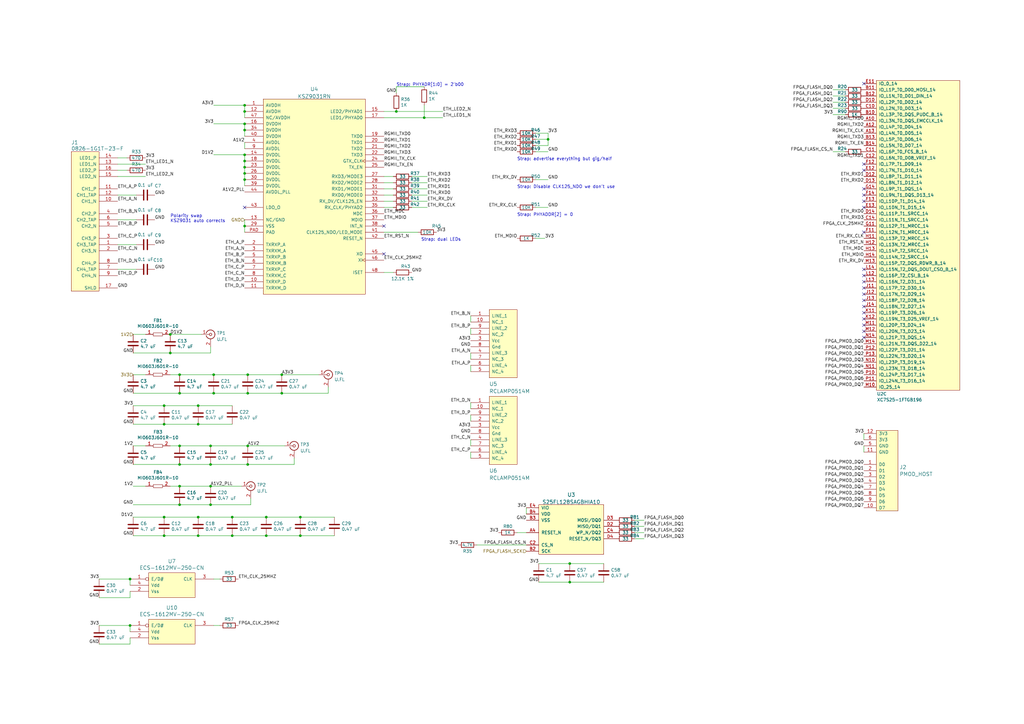
<source format=kicad_sch>
(kicad_sch (version 20231120) (generator "eeschema") (generator_version "8.0")
  (paper "A3")
  (title_block (title "FPGA - STM32 Interface Test") (date "2024-06-13") (rev "0.1") (company "Antikernel Labs"))
  (junction (at 100.33 50.8))
  (junction (at 67.31 219.71))
  (junction (at 101.6 153.67))
  (junction (at 100.33 92.71))
  (junction (at 73.66 199.39))
  (junction (at 73.66 207.01))
  (junction (at 100.33 43.18))
  (junction (at 69.85 144.78))
  (junction (at 100.33 71.12))
  (junction (at 53.34 237.49))
  (junction (at 109.22 212.09))
  (junction (at 73.66 190.5))
  (junction (at 81.28 212.09))
  (junction (at 101.6 190.5))
  (junction (at 123.19 219.71))
  (junction (at 95.25 212.09))
  (junction (at 100.33 73.66))
  (junction (at 67.31 166.37))
  (junction (at 233.68 238.76))
  (junction (at 100.33 66.04))
  (junction (at 86.36 190.5))
  (junction (at 86.36 199.39))
  (junction (at 53.34 256.54))
  (junction (at 224.79 57.15))
  (junction (at 100.33 53.34))
  (junction (at 95.25 219.71))
  (junction (at 100.33 68.58))
  (junction (at 69.85 137.16))
  (junction (at 73.66 182.88))
  (junction (at 86.36 182.88))
  (junction (at 67.31 173.99))
  (junction (at 67.31 212.09))
  (junction (at 73.66 161.29))
  (junction (at 81.28 166.37))
  (junction (at 233.68 231.14))
  (junction (at 173.99 48.26))
  (junction (at 86.36 207.01))
  (junction (at 81.28 219.71))
  (junction (at 101.6 182.88))
  (junction (at 115.57 153.67))
  (junction (at 100.33 45.72))
  (junction (at 81.28 173.99))
  (junction (at 123.19 212.09))
  (junction (at 100.33 63.5))
  (junction (at 101.6 161.29))
  (junction (at 87.63 161.29))
  (junction (at 115.57 161.29))
  (junction (at 73.66 153.67))
  (junction (at 109.22 219.71))
  (junction (at 162.56 45.72))
  (junction (at 87.63 153.67))
  (no_connect (at 354.33 82.55))
  (no_connect (at 354.33 115.57))
  (no_connect (at 354.33 69.85))
  (no_connect (at 354.33 110.49))
  (no_connect (at 354.33 80.01))
  (no_connect (at 354.33 113.03))
  (no_connect (at 354.33 130.81))
  (no_connect (at 354.33 95.25))
  (no_connect (at 354.33 138.43))
  (no_connect (at 100.33 85.09))
  (no_connect (at 354.33 123.19))
  (no_connect (at 354.33 34.29))
  (no_connect (at 354.33 128.27))
  (no_connect (at 354.33 118.11))
  (no_connect (at 354.33 120.65))
  (no_connect (at 354.33 125.73))
  (no_connect (at 354.33 77.47))
  (no_connect (at 157.48 104.14))
  (no_connect (at 354.33 133.35))
  (no_connect (at 354.33 85.09))
  (no_connect (at 157.48 92.71))
  (no_connect (at 354.33 135.89))
  (no_connect (at 354.33 67.31))
  (wire (pts (xy 100.33 45.72) (xy 100.33 48.26)))
  (wire (pts (xy 40.64 256.54) (xy 53.34 256.54)))
  (wire (pts (xy 175.26 85.09) (xy 168.91 85.09)))
  (wire (pts (xy 354.33 177.8) (xy 354.33 180.34)))
  (wire (pts (xy 48.26 100.33) (xy 55.88 100.33)))
  (wire (pts (xy 193.04 165.1) (xy 193.04 167.64)))
  (wire (pts (xy 168.91 77.47) (xy 175.26 77.47)))
  (wire (pts (xy 161.29 82.55) (xy 157.48 82.55)))
  (wire (pts (xy 173.99 48.26) (xy 181.61 48.26)))
  (wire (pts (xy 102.87 207.01) (xy 102.87 204.47)))
  (wire (pts (xy 100.33 90.17) (xy 100.33 92.71)))
  (wire (pts (xy 90.17 237.49) (xy 87.63 237.49)))
  (wire (pts (xy 95.25 219.71) (xy 109.22 219.71)))
  (wire (pts (xy 123.19 219.71) (xy 137.16 219.71)))
  (wire (pts (xy 162.56 38.1) (xy 162.56 35.56)))
  (wire (pts (xy 69.85 144.78) (xy 86.36 144.78)))
  (wire (pts (xy 73.66 199.39) (xy 69.85 199.39)))
  (wire (pts (xy 195.58 223.52) (xy 215.9 223.52)))
  (wire (pts (xy 48.26 64.77) (xy 52.07 64.77)))
  (wire (pts (xy 212.09 218.44) (xy 215.9 218.44)))
  (wire (pts (xy 73.66 161.29) (xy 87.63 161.29)))
  (wire (pts (xy 260.35 220.98) (xy 264.16 220.98)))
  (wire (pts (xy 100.33 92.71) (xy 100.33 95.25)))
  (wire (pts (xy 86.36 182.88) (xy 73.66 182.88)))
  (wire (pts (xy 59.69 153.67) (xy 54.61 153.67)))
  (wire (pts (xy 120.65 190.5) (xy 120.65 187.96)))
  (wire (pts (xy 224.79 85.09) (xy 219.71 85.09)))
  (wire (pts (xy 224.79 62.23) (xy 219.71 62.23)))
  (wire (pts (xy 53.34 237.49) (xy 53.34 240.03)))
  (wire (pts (xy 101.6 182.88) (xy 116.84 182.88)))
  (wire (pts (xy 123.19 212.09) (xy 109.22 212.09)))
  (wire (pts (xy 193.04 170.18) (xy 193.04 172.72)))
  (wire (pts (xy 100.33 66.04) (xy 100.33 68.58)))
  (wire (pts (xy 224.79 59.69) (xy 224.79 57.15)))
  (wire (pts (xy 100.33 71.12) (xy 100.33 73.66)))
  (wire (pts (xy 115.57 161.29) (xy 134.62 161.29)))
  (wire (pts (xy 101.6 190.5) (xy 120.65 190.5)))
  (wire (pts (xy 54.61 161.29) (xy 73.66 161.29)))
  (wire (pts (xy 40.64 245.11) (xy 53.34 245.11)))
  (wire (pts (xy 48.26 67.31) (xy 59.69 67.31)))
  (wire (pts (xy 215.9 208.28) (xy 215.9 210.82)))
  (wire (pts (xy 223.52 97.79) (xy 219.71 97.79)))
  (wire (pts (xy 81.28 173.99) (xy 95.25 173.99)))
  (wire (pts (xy 54.61 190.5) (xy 73.66 190.5)))
  (wire (pts (xy 54.61 144.78) (xy 69.85 144.78)))
  (wire (pts (xy 40.64 264.16) (xy 53.34 264.16)))
  (wire (pts (xy 100.33 63.5) (xy 100.33 66.04)))
  (wire (pts (xy 137.16 212.09) (xy 123.19 212.09)))
  (wire (pts (xy 86.36 144.78) (xy 86.36 142.24)))
  (wire (pts (xy 233.68 231.14) (xy 220.98 231.14)))
  (wire (pts (xy 341.63 39.37) (xy 346.71 39.37)))
  (wire (pts (xy 341.63 62.23) (xy 346.71 62.23)))
  (wire (pts (xy 162.56 35.56) (xy 173.99 35.56)))
  (wire (pts (xy 69.85 153.67) (xy 73.66 153.67)))
  (wire (pts (xy 173.99 48.26) (xy 157.48 48.26)))
  (wire (pts (xy 67.31 212.09) (xy 54.61 212.09)))
  (wire (pts (xy 55.88 110.49) (xy 48.26 110.49)))
  (wire (pts (xy 100.33 73.66) (xy 100.33 76.2)))
  (wire (pts (xy 86.36 199.39) (xy 99.06 199.39)))
  (wire (pts (xy 341.63 36.83) (xy 346.71 36.83)))
  (wire (pts (xy 81.28 212.09) (xy 67.31 212.09)))
  (wire (pts (xy 115.57 153.67) (xy 101.6 153.67)))
  (wire (pts (xy 219.71 54.61) (xy 224.79 54.61)))
  (wire (pts (xy 193.04 134.62) (xy 193.04 137.16)))
  (wire (pts (xy 224.79 73.66) (xy 219.71 73.66)))
  (wire (pts (xy 73.66 190.5) (xy 86.36 190.5)))
  (wire (pts (xy 157.48 45.72) (xy 162.56 45.72)))
  (wire (pts (xy 193.04 129.54) (xy 193.04 132.08)))
  (wire (pts (xy 233.68 238.76) (xy 247.65 238.76)))
  (wire (pts (xy 54.61 173.99) (xy 67.31 173.99)))
  (wire (pts (xy 193.04 149.86) (xy 193.04 152.4)))
  (wire (pts (xy 100.33 53.34) (xy 100.33 55.88)))
  (wire (pts (xy 101.6 182.88) (xy 86.36 182.88)))
  (wire (pts (xy 220.98 238.76) (xy 233.68 238.76)))
  (wire (pts (xy 115.57 153.67) (xy 130.81 153.67)))
  (wire (pts (xy 260.35 215.9) (xy 264.16 215.9)))
  (wire (pts (xy 87.63 153.67) (xy 73.66 153.67)))
  (wire (pts (xy 173.99 43.18) (xy 173.99 48.26)))
  (wire (pts (xy 86.36 190.5) (xy 101.6 190.5)))
  (wire (pts (xy 52.07 69.85) (xy 48.26 69.85)))
  (wire (pts (xy 161.29 74.93) (xy 157.48 74.93)))
  (wire (pts (xy 53.34 245.11) (xy 53.34 242.57)))
  (wire (pts (xy 109.22 212.09) (xy 95.25 212.09)))
  (wire (pts (xy 161.29 80.01) (xy 157.48 80.01)))
  (wire (pts (xy 341.63 41.91) (xy 346.71 41.91)))
  (wire (pts (xy 90.17 256.54) (xy 87.63 256.54)))
  (wire (pts (xy 40.64 237.49) (xy 53.34 237.49)))
  (wire (pts (xy 161.29 77.47) (xy 157.48 77.47)))
  (wire (pts (xy 100.33 50.8) (xy 100.33 53.34)))
  (wire (pts (xy 224.79 57.15) (xy 224.79 54.61)))
  (wire (pts (xy 181.61 45.72) (xy 162.56 45.72)))
  (wire (pts (xy 59.69 182.88) (xy 54.61 182.88)))
  (wire (pts (xy 55.88 90.17) (xy 48.26 90.17)))
  (wire (pts (xy 193.04 144.78) (xy 193.04 147.32)))
  (wire (pts (xy 109.22 219.71) (xy 123.19 219.71)))
  (wire (pts (xy 87.63 161.29) (xy 101.6 161.29)))
  (wire (pts (xy 48.26 72.39) (xy 59.69 72.39)))
  (wire (pts (xy 54.61 207.01) (xy 73.66 207.01)))
  (wire (pts (xy 73.66 182.88) (xy 69.85 182.88)))
  (wire (pts (xy 55.88 80.01) (xy 48.26 80.01)))
  (wire (pts (xy 86.36 199.39) (xy 73.66 199.39)))
  (wire (pts (xy 175.26 80.01) (xy 168.91 80.01)))
  (wire (pts (xy 161.29 111.76) (xy 157.48 111.76)))
  (wire (pts (xy 260.35 213.36) (xy 264.16 213.36)))
  (wire (pts (xy 101.6 153.67) (xy 87.63 153.67)))
  (wire (pts (xy 81.28 166.37) (xy 95.25 166.37)))
  (wire (pts (xy 354.33 182.88) (xy 354.33 185.42)))
  (wire (pts (xy 175.26 74.93) (xy 168.91 74.93)))
  (wire (pts (xy 86.36 207.01) (xy 102.87 207.01)))
  (wire (pts (xy 100.33 43.18) (xy 100.33 45.72)))
  (wire (pts (xy 161.29 72.39) (xy 157.48 72.39)))
  (wire (pts (xy 53.34 264.16) (xy 53.34 261.62)))
  (wire (pts (xy 100.33 58.42) (xy 100.33 60.96)))
  (wire (pts (xy 73.66 207.01) (xy 86.36 207.01)))
  (wire (pts (xy 219.71 57.15) (xy 224.79 57.15)))
  (wire (pts (xy 67.31 173.99) (xy 81.28 173.99)))
  (wire (pts (xy 87.63 50.8) (xy 100.33 50.8)))
  (wire (pts (xy 168.91 72.39) (xy 175.26 72.39)))
  (wire (pts (xy 53.34 256.54) (xy 53.34 259.08)))
  (wire (pts (xy 101.6 161.29) (xy 115.57 161.29)))
  (wire (pts (xy 260.35 218.44) (xy 264.16 218.44)))
  (wire (pts (xy 95.25 212.09) (xy 81.28 212.09)))
  (wire (pts (xy 67.31 166.37) (xy 81.28 166.37)))
  (wire (pts (xy 219.71 59.69) (xy 224.79 59.69)))
  (wire (pts (xy 54.61 166.37) (xy 67.31 166.37)))
  (wire (pts (xy 161.29 85.09) (xy 157.48 85.09)))
  (wire (pts (xy 193.04 180.34) (xy 193.04 182.88)))
  (wire (pts (xy 87.63 63.5) (xy 100.33 63.5)))
  (wire (pts (xy 54.61 137.16) (xy 59.69 137.16)))
  (wire (pts (xy 233.68 231.14) (xy 247.65 231.14)))
  (wire (pts (xy 54.61 219.71) (xy 67.31 219.71)))
  (wire (pts (xy 168.91 82.55) (xy 175.26 82.55)))
  (wire (pts (xy 100.33 68.58) (xy 100.33 71.12)))
  (wire (pts (xy 67.31 219.71) (xy 81.28 219.71)))
  (wire (pts (xy 134.62 161.29) (xy 134.62 158.75)))
  (wire (pts (xy 59.69 199.39) (xy 54.61 199.39)))
  (wire (pts (xy 87.63 43.18) (xy 100.33 43.18)))
  (wire (pts (xy 193.04 185.42) (xy 193.04 187.96)))
  (wire (pts (xy 341.63 46.99) (xy 346.71 46.99)))
  (wire (pts (xy 341.63 44.45) (xy 346.71 44.45)))
  (wire (pts (xy 81.28 219.71) (xy 95.25 219.71)))
  (wire (pts (xy 171.45 95.25) (xy 157.48 95.25)))
  (wire (pts (xy 69.85 137.16) (xy 82.55 137.16)))
  (text "Strap: dual LEDs" (at 172.72 99.06 0) (effects (font (size 1.27 1.27)) (justify left bottom)))
  (text "Strap: Disable CLK125_NDO we don't use" (at 212.09 77.47 0) (effects (font (size 1.27 1.27)) (justify left bottom)))
  (text "Strap: PHYADR[1:0] = 2'b00" (at 162.56 35.56 0) (effects (font (size 1.27 1.27)) (justify left bottom)))
  (text "Polarity swap\nKSZ9031 auto corrects" (at 69.85 91.44 0) (effects (font (size 1.27 1.27)) (justify left bottom)))
  (text "Strap: advertise everything but gig/half" (at 212.09 66.04 0) (effects (font (size 1.27 1.27)) (justify left bottom)))
  (text "Strap: PHYADDR[2] = 0" (at 212.09 88.9 0) (effects (font (size 1.27 1.27)) (justify left bottom)))
  (label "ETH_MDC" (at 354.33 102.87 180))
  (label "ETH_MDIO" (at 354.33 105.41 180))
  (label "ETH_RXD0" (at 175.26 80.01 0))
  (label "ETH_LED2_N" (at 181.61 45.72 0))
  (label "3V3" (at 179.07 95.25 0))
  (label "3V3" (at 223.52 97.79 0))
  (label "ETH_RXD3" (at 212.09 54.61 180))
  (label "ETH_B_N" (at 48.26 87.63 0))
  (label "ETH_RST_N" (at 354.33 100.33 180))
  (label "ETH_D_N" (at 100.33 118.11 180))
  (label "ETH_RXD2" (at 212.09 57.15 180))
  (label "ETH_C_P" (at 100.33 110.49 180))
  (label "FPGA_CLK_25MHZ" (at 354.33 92.71 180))
  (label "FPGA_PMOD_DQ6" (at 354.33 205.74 180))
  (label "ETH_D_P" (at 193.04 170.18 180))
  (label "3V3" (at 220.98 231.14 180))
  (label "3V3" (at 87.63 50.8 180))
  (label "A1V2" (at 101.6 182.88 0))
  (label "3V3" (at 204.47 218.44 180))
  (label "A3V3" (at 193.04 139.7 180))
  (label "GND" (at 168.91 111.76 0))
  (label "ETH_D_P" (at 48.26 113.03 0))
  (label "GND" (at 220.98 238.76 180))
  (label "FPGA_FLASH_DQ0" (at 264.16 213.36 0))
  (label "RGMII_TXD2" (at 157.48 60.96 0))
  (label "ETH_LED2_N" (at 59.69 72.39 0))
  (label "FPGA_PMOD_DQ4" (at 354.33 200.66 180))
  (label "ETH_RX_DV" (at 354.33 107.95 180))
  (label "ETH_RXD3" (at 175.26 72.39 0))
  (label "FPGA_PMOD_DQ4" (at 354.33 151.13 180))
  (label "GND" (at 224.79 62.23 0))
  (label "3V3" (at 215.9 208.28 180))
  (label "FPGA_PMOD_DQ6" (at 354.33 156.21 180))
  (label "ETH_C_N" (at 100.33 113.03 180))
  (label "FPGA_CLK_25MHZ" (at 97.79 256.54 0))
  (label "RGMII_TX_CLK" (at 354.33 54.61 180))
  (label "FPGA_PMOD_DQ1" (at 354.33 193.04 180))
  (label "FPGA_PMOD_DQ7" (at 354.33 208.28 180))
  (label "ETH_D_N" (at 193.04 165.1 180))
  (label "GND" (at 63.5 110.49 0))
  (label "ETH_B_N" (at 193.04 129.54 180))
  (label "ETH_B_N" (at 100.33 107.95 180))
  (label "ETH_RXD0" (at 212.09 62.23 180))
  (label "ETH_C_N" (at 193.04 180.34 180))
  (label "GND" (at 40.64 245.11 180))
  (label "ETH_A_P" (at 100.33 100.33 180))
  (label "ETH_D_P" (at 100.33 115.57 180))
  (label "FPGA_FLASH_DQ1" (at 264.16 215.9 0))
  (label "3V3" (at 40.64 237.49 180))
  (label "RGMII_TX_CLK" (at 157.48 66.04 0))
  (label "ETH_MDC" (at 157.48 87.63 0))
  (label "RGMII_TX_EN" (at 157.48 68.58 0))
  (label "RGMII_TXD1" (at 354.33 64.77 180))
  (label "ETH_D_N" (at 48.26 107.95 0))
  (label "ETH_A_N" (at 100.33 102.87 180))
  (label "ETH_RX_DV" (at 212.09 73.66 180))
  (label "FPGA_FLASH_DQ0" (at 341.63 36.83 180))
  (label "ETH_C_P" (at 193.04 185.42 180))
  (label "GND" (at 40.64 264.16 180))
  (label "D1V2" (at 54.61 212.09 180))
  (label "ETH_B_P" (at 100.33 105.41 180))
  (label "GND" (at 54.61 161.29 180))
  (label "FPGA_PMOD_DQ1" (at 354.33 143.51 180))
  (label "ETH_RX_CLK" (at 212.09 85.09 180))
  (label "RGMII_TX_EN" (at 354.33 59.69 180))
  (label "ETH_MDIO" (at 157.48 90.17 0))
  (label "3V3" (at 54.61 166.37 180))
  (label "GND" (at 193.04 177.8 180))
  (label "GND" (at 354.33 182.88 180))
  (label "FPGA_FLASH_DQ2" (at 264.16 218.44 0))
  (label "FPGA_PMOD_DQ0" (at 354.33 140.97 180))
  (label "ETH_A_N" (at 48.26 82.55 0))
  (label "A1V2_PLL" (at 86.36 199.39 0))
  (label "3V3" (at 40.64 256.54 180))
  (label "FPGA_FLASH_DQ1" (at 341.63 39.37 180))
  (label "ETH_LED1_N" (at 59.69 67.31 0))
  (label "A1V2" (at 100.33 58.42 180))
  (label "A3V3" (at 115.57 153.67 0))
  (label "ETH_RX_CLK" (at 354.33 97.79 180))
  (label "GND" (at 193.04 142.24 180))
  (label "3V3" (at 59.69 69.85 0))
  (label "GND" (at 54.61 190.5 180))
  (label "GND" (at 63.5 90.17 0))
  (label "RGMII_TXD0" (at 354.33 49.53 180))
  (label "1V2" (at 54.61 182.88 180))
  (label "ETH_RXD2" (at 354.33 74.93 180))
  (label "GND" (at 224.79 85.09 0))
  (label "RGMII_TXD2" (at 354.33 52.07 180))
  (label "ETH_RX_DV" (at 175.26 82.55 0))
  (label "FPGA_FLASH_CS_N" (at 215.9 223.52 180))
  (label "3V3" (at 59.69 64.77 0))
  (label "GND" (at 54.61 173.99 180))
  (label "D1V2" (at 87.63 63.5 180))
  (label "FPGA_PMOD_DQ7" (at 354.33 158.75 180))
  (label "FPGA_FLASH_DQ3" (at 341.63 44.45 180))
  (label "3V3" (at 341.63 46.99 180))
  (label "FPGA_PMOD_DQ0" (at 354.33 190.5 180))
  (label "GND" (at 54.61 144.78 180))
  (label "GND" (at 63.5 100.33 0))
  (label "3V3" (at 224.79 54.61 0))
  (label "GND" (at 215.9 213.36 180))
  (label "GND" (at 224.79 73.66 0))
  (label "A3V3" (at 87.63 43.18 180))
  (label "FPGA_PMOD_DQ3" (at 354.33 198.12 180))
  (label "FPGA_FLASH_CS_N" (at 341.63 62.23 180))
  (label "FPGA_PMOD_DQ5" (at 354.33 203.2 180))
  (label "RGMII_TXD1" (at 157.48 58.42 0))
  (label "ETH_C_P" (at 48.26 97.79 0))
  (label "FPGA_FLASH_DQ2" (at 341.63 41.91 180))
  (label "RGMII_TXD0" (at 157.48 55.88 0))
  (label "RGMII_TXD3" (at 157.48 63.5 0))
  (label "FPGA_PMOD_DQ2" (at 354.33 146.05 180))
  (label "RGMII_TXD3" (at 354.33 57.15 180))
  (label "D1V2" (at 69.85 137.16 0))
  (label "ETH_RXD0" (at 354.33 87.63 180))
  (label "ETH_RXD1" (at 175.26 77.47 0))
  (label "ETH_CLK_25MHZ" (at 97.79 237.49 0))
  (label "ETH_RXD2" (at 175.26 74.93 0))
  (label "3V3" (at 354.33 177.8 180))
  (label "GND" (at 63.5 80.01 0))
  (label "ETH_A_N" (at 193.04 144.78 180))
  (label "ETH_CLK_25MHZ" (at 157.48 106.68 0))
  (label "ETH_B_P" (at 193.04 134.62 180))
  (label "FPGA_PMOD_DQ3" (at 354.33 148.59 180))
  (label "FPGA_PMOD_DQ2" (at 354.33 195.58 180))
  (label "ETH_A_P" (at 48.26 77.47 0))
  (label "ETH_RX_CLK" (at 175.26 85.09 0))
  (label "ETH_RXD3" (at 354.33 90.17 180))
  (label "A3V3" (at 193.04 175.26 180))
  (label "ETH_C_N" (at 48.26 102.87 0))
  (label "GND" (at 48.26 118.11 0))
  (label "ETH_RXD1" (at 212.09 59.69 180))
  (label "ETH_RXD1" (at 354.33 72.39 180))
  (label "FPGA_PMOD_DQ5" (at 354.33 153.67 180))
  (label "ETH_LED1_N" (at 181.61 48.26 0))
  (label "A1V2_PLL" (at 100.33 78.74 180))
  (label "ETH_B_P" (at 48.26 92.71 0))
  (label "ETH_RST_N" (at 157.48 97.79 0))
  (label "FPGA_FLASH_DQ3" (at 264.16 220.98 0))
  (label "GND" (at 54.61 207.01 180))
  (label "1V2" (at 54.61 199.39 180))
  (label "3V3" (at 187.96 223.52 180))
  (label "ETH_MDIO" (at 212.09 97.79 180))
  (label "GND" (at 54.61 219.71 180))
  (label "ETH_A_P" (at 193.04 149.86 180))
  (label "GND" (at 162.56 38.1 180))
  (hierarchical_label "1V2" (shape input) (at 54.61 137.16 180))
  (hierarchical_label "FPGA_FLASH_SCK" (shape input) (at 215.9 226.06 180))
  (hierarchical_label "3V3" (shape input) (at 54.61 153.67 180))
  (hierarchical_label "GND" (shape input) (at 100.33 90.17 180))
  (symbol (lib_id "special-azonenberg:KSZ9031RN") (at 107.95 120.65 0) (unit 1)
    (property "Reference" "U4" (at 128.905 36.5559 0) (effects (font (size 1.524 1.524))))
    (property "Value" "KSZ9031RN" (at 128.905 39.5493 0) (effects (font (size 1.524 1.524))))
    (property "Footprint" "azonenberg_pcb:QFN_48_0.5MM_7x7MM" (effects (hide yes)))
  )
  (symbol (lib_id "device:C") (at 40.64 241.3 0) (unit 1)
    (property "Reference" "C30" (at 43.561 240.1316 0) (effects (justify left)))
    (property "Value" "0.47 uF" (at 43.561 242.443 0) (effects (justify left)))
    (property "Footprint" "azonenberg_pcb:EIA_0402_CAP_NOSILK" (effects (hide yes)))
  )
  (symbol (lib_id "device:C") (at 123.19 215.9 0) (unit 1)
    (property "Reference" "C28" (at 126.111 214.7316 0) (effects (justify left)))
    (property "Value" "0.47 uF" (at 126.111 217.043 0) (effects (justify left)))
    (property "Footprint" "azonenberg_pcb:EIA_0402_CAP_NOSILK" (effects (hide yes)))
  )
  (symbol (lib_id "device:R") (at 215.9 59.69 270) (unit 1)
    (property "Reference" "R48" (at 219.71 58.42 90))
    (property "Value" "10K" (at 215.9 59.69 90))
    (property "Footprint" "azonenberg_pcb:EIA_0402_RES_NOSILK" (effects (hide yes)))
  )
  (symbol (lib_id "device:C") (at 137.16 215.9 0) (unit 1)
    (property "Reference" "C29" (at 140.081 214.7316 0) (effects (justify left)))
    (property "Value" "0.47 uF" (at 140.081 217.043 0) (effects (justify left)))
    (property "Footprint" "azonenberg_pcb:EIA_0402_CAP_NOSILK" (effects (hide yes)))
  )
  (symbol (lib_id "device:C") (at 81.28 170.18 0) (unit 1)
    (property "Reference" "C17" (at 84.201 169.0116 0) (effects (justify left)))
    (property "Value" "0.47 uF" (at 84.201 171.323 0) (effects (justify left)))
    (property "Footprint" "azonenberg_pcb:EIA_0402_CAP_NOSILK" (effects (hide yes)))
  )
  (symbol (lib_id "osc-azonenberg:OSC") (at 71.12 256.54 0) (unit 1)
    (property "Reference" "U10" (at 70.485 249.2502 0) (effects (font (size 1.524 1.524))))
    (property "Value" "ECS-1612MV-250-CN" (at 70.485 251.9426 0) (effects (font (size 1.524 1.524))))
    (property "Footprint" "azonenberg_pcb:OSCILLATOR_1.6x1.2" (effects (hide yes)))
  )
  (symbol (lib_id "device:R") (at 165.1 80.01 270) (unit 1)
    (property "Reference" "R40" (at 170.18 78.74 90))
    (property "Value" "33" (at 165.1 80.01 90))
    (property "Footprint" "azonenberg_pcb:EIA_0402_RES_NOSILK" (effects (hide yes)))
  )
  (symbol (lib_id "device:R") (at 93.98 256.54 270) (unit 1)
    (property "Reference" "R57" (at 93.98 254 90))
    (property "Value" "33" (at 93.98 256.54 90))
    (property "Footprint" "azonenberg_pcb:EIA_0402_RES_NOSILK" (effects (hide yes)))
  )
  (symbol (lib_id "device:C") (at 67.31 215.9 0) (unit 1)
    (property "Reference" "C12" (at 70.231 214.7316 0) (effects (justify left)))
    (property "Value" "0.47 uF" (at 70.231 217.043 0) (effects (justify left)))
    (property "Footprint" "azonenberg_pcb:EIA_0402_CAP_NOSILK" (effects (hide yes)))
  )
  (symbol (lib_id "conn:CONN_COAXIAL") (at 102.87 199.39 0) (unit 1)
    (property "Reference" "TP2" (at 105.4101 198.8485 0) (effects (justify left)))
    (property "Value" "U.FL" (at 105.4101 201.3854 0) (effects (justify left)))
    (property "Footprint" "azonenberg_pcb:CONN_U.FL_TE_1909763-1" (effects (hide yes)))
  )
  (symbol (lib_id "device:C") (at 54.61 215.9 0) (unit 1)
    (property "Reference" "C6" (at 57.531 214.7316 0) (effects (justify left)))
    (property "Value" "4.7 uF" (at 57.531 217.043 0) (effects (justify left)))
    (property "Footprint" "azonenberg_pcb:EIA_0603_CAP_NOSILK" (effects (hide yes)))
  )
  (symbol (lib_id "device:R") (at 215.9 62.23 270) (unit 1)
    (property "Reference" "R49" (at 219.71 60.96 90))
    (property "Value" "10K" (at 215.9 62.23 90))
    (property "Footprint" "azonenberg_pcb:EIA_0402_RES_NOSILK" (effects (hide yes)))
  )
  (symbol (lib_id "device:R") (at 165.1 74.93 270) (unit 1)
    (property "Reference" "R38" (at 170.18 73.66 90))
    (property "Value" "33" (at 165.1 74.93 90))
    (property "Footprint" "azonenberg_pcb:EIA_0402_RES_NOSILK" (effects (hide yes)))
  )
  (symbol (lib_id "device:R") (at 350.52 36.83 90) (unit 1)
    (property "Reference" "R20" (at 345.44 35.56 90))
    (property "Value" "33" (at 350.52 36.83 90))
    (property "Footprint" "azonenberg_pcb:EIA_0402_RES_NOSILK" (effects (hide yes)))
  )
  (symbol (lib_id "device:C") (at 101.6 157.48 0) (unit 1)
    (property "Reference" "C24" (at 104.521 156.3116 0) (effects (justify left)))
    (property "Value" "0.47 uF" (at 104.521 158.623 0) (effects (justify left)))
    (property "Footprint" "azonenberg_pcb:EIA_0402_CAP_NOSILK" (effects (hide yes)))
  )
  (symbol (lib_id "passive-azonenberg:FERRITE_SMALL2") (at 64.77 182.88 0) (unit 1)
    (property "Reference" "FB3" (at 64.77 177.165 0))
    (property "Value" "MI0603J601R-10" (at 64.77 179.4764 0))
    (property "Footprint" "azonenberg_pcb:EIA_0603_INDUCTOR_NOSILK" (effects (hide yes)))
  )
  (symbol (lib_id "device:C") (at 81.28 215.9 0) (unit 1)
    (property "Reference" "C18" (at 84.201 214.7316 0) (effects (justify left)))
    (property "Value" "0.47 uF" (at 84.201 217.043 0) (effects (justify left)))
    (property "Footprint" "azonenberg_pcb:EIA_0402_CAP_NOSILK" (effects (hide yes)))
  )
  (symbol (lib_id "device:C") (at 233.68 234.95 0) (unit 1)
    (property "Reference" "C57" (at 236.601 233.7816 0) (effects (justify left)))
    (property "Value" "0.47 uF" (at 236.601 236.093 0) (effects (justify left)))
    (property "Footprint" "azonenberg_pcb:EIA_0402_CAP_NOSILK" (effects (hide yes)))
  )
  (symbol (lib_id "device:C") (at 87.63 157.48 0) (unit 1)
    (property "Reference" "C21" (at 90.551 156.3116 0) (effects (justify left)))
    (property "Value" "0.47 uF" (at 90.551 158.623 0) (effects (justify left)))
    (property "Footprint" "azonenberg_pcb:EIA_0402_CAP_NOSILK" (effects (hide yes)))
  )
  (symbol (lib_id "device:R") (at 208.28 218.44 90) (unit 1)
    (property "Reference" "R80" (at 208.28 215.9 90))
    (property "Value" "1K" (at 208.28 218.44 90))
    (property "Footprint" "azonenberg_pcb:EIA_0402_RES_NOSILK" (effects (hide yes)))
  )
  (symbol (lib_id "device:R") (at 256.54 213.36 90) (unit 1)
    (property "Reference" "R81" (at 260.35 212.09 90))
    (property "Value" "33" (at 256.54 213.36 90))
    (property "Footprint" "azonenberg_pcb:EIA_0402_RES_NOSILK" (effects (hide yes)))
  )
  (symbol (lib_id "special-azonenberg:BEL_FUSE_0826-1G1T-23-F") (at 40.64 115.57 0) (mirror y) (unit 1)
    (property "Reference" "J1" (at 29.21 58.42 0) (effects (font (size 1.524 1.524)) (justify right)))
    (property "Value" "0826-1G1T-23-F" (at 29.21 60.96 0) (effects (font (size 1.524 1.524)) (justify right)))
    (property "Footprint" "azonenberg_pcb:CONN_BELFUSE_0826_1G1T_23_F" (effects (hide yes)))
  )
  (symbol (lib_id "device:R") (at 93.98 237.49 270) (unit 1)
    (property "Reference" "R53" (at 93.98 234.95 90))
    (property "Value" "33" (at 93.98 237.49 90))
    (property "Footprint" "azonenberg_pcb:EIA_0402_RES_NOSILK" (effects (hide yes)))
  )
  (symbol (lib_id "special-azonenberg:RCLAMP0514M") (at 200.66 190.5 0) (unit 1)
    (property "Reference" "U6" (at 200.66 193.04 0) (effects (font (size 1.524 1.524)) (justify left)))
    (property "Value" "RCLAMP0514M" (at 200.66 196.0334 0) (effects (font (size 1.524 1.524)) (justify left)))
    (property "Footprint" "azonenberg_pcb:SOP_10_0.5MM_3MM" (effects (hide yes)))
  )
  (symbol (lib_id "device:C") (at 73.66 157.48 0) (unit 1)
    (property "Reference" "C14" (at 76.581 156.3116 0) (effects (justify left)))
    (property "Value" "4.7 uF" (at 76.581 158.623 0) (effects (justify left)))
    (property "Footprint" "azonenberg_pcb:EIA_0603_CAP_NOSILK" (effects (hide yes)))
  )
  (symbol (lib_id "device:R") (at 215.9 85.09 270) (unit 1)
    (property "Reference" "R51" (at 219.71 83.82 90))
    (property "Value" "10K" (at 215.9 85.09 90))
    (property "Footprint" "azonenberg_pcb:EIA_0402_RES_NOSILK" (effects (hide yes)))
  )
  (symbol (lib_id "device:R") (at 215.9 97.79 270) (unit 1)
    (property "Reference" "R52" (at 219.71 96.52 90))
    (property "Value" "1K" (at 215.9 97.79 90))
    (property "Footprint" "azonenberg_pcb:EIA_0402_RES_NOSILK" (effects (hide yes)))
  )
  (symbol (lib_id "device:R") (at 215.9 73.66 270) (unit 1)
    (property "Reference" "R50" (at 219.71 72.39 90))
    (property "Value" "10K" (at 215.9 73.66 90))
    (property "Footprint" "azonenberg_pcb:EIA_0402_RES_NOSILK" (effects (hide yes)))
  )
  (symbol (lib_id "device:C") (at 247.65 234.95 0) (unit 1)
    (property "Reference" "C58" (at 250.571 233.7816 0) (effects (justify left)))
    (property "Value" "0.47 uF" (at 250.571 236.093 0) (effects (justify left)))
    (property "Footprint" "azonenberg_pcb:EIA_0402_CAP_NOSILK" (effects (hide yes)))
  )
  (symbol (lib_id "passive-azonenberg:FERRITE_SMALL2") (at 64.77 153.67 0) (unit 1)
    (property "Reference" "FB2" (at 64.77 147.955 0))
    (property "Value" "MI0603J601R-10" (at 64.77 150.2664 0))
    (property "Footprint" "azonenberg_pcb:EIA_0603_INDUCTOR_NOSILK" (effects (hide yes)))
  )
  (symbol (lib_id "device:C") (at 59.69 100.33 270) (unit 1)
    (property "Reference" "C9" (at 64.77 96.52 90))
    (property "Value" "0.1 uF" (at 59.69 96.2406 90))
    (property "Footprint" "azonenberg_pcb:EIA_0402_CAP_NOSILK" (effects (hide yes)))
  )
  (symbol (lib_id "device:C") (at 86.36 203.2 0) (unit 1)
    (property "Reference" "C20" (at 89.281 202.0316 0) (effects (justify left)))
    (property "Value" "0.47 uF" (at 89.281 204.343 0) (effects (justify left)))
    (property "Footprint" "azonenberg_pcb:EIA_0402_CAP_NOSILK" (effects (hide yes)))
  )
  (symbol (lib_id "device:R") (at 256.54 215.9 90) (unit 1)
    (property "Reference" "R82" (at 260.35 214.63 90))
    (property "Value" "33" (at 256.54 215.9 90))
    (property "Footprint" "azonenberg_pcb:EIA_0402_RES_NOSILK" (effects (hide yes)))
  )
  (symbol (lib_id "device:R") (at 256.54 218.44 90) (unit 1)
    (property "Reference" "R83" (at 260.35 217.17 90))
    (property "Value" "33" (at 256.54 218.44 90))
    (property "Footprint" "azonenberg_pcb:EIA_0402_RES_NOSILK" (effects (hide yes)))
  )
  (symbol (lib_id "device:R") (at 55.88 64.77 270) (unit 1)
    (property "Reference" "R33" (at 55.88 62.23 90))
    (property "Value" "470" (at 55.88 64.77 90))
    (property "Footprint" "azonenberg_pcb:EIA_0402_RES_NOSILK" (effects (hide yes)))
  )
  (symbol (lib_id "device:C") (at 54.61 140.97 0) (unit 1)
    (property "Reference" "C2" (at 57.531 139.8016 0) (effects (justify left)))
    (property "Value" "4.7 uF" (at 57.531 142.113 0) (effects (justify left)))
    (property "Footprint" "azonenberg_pcb:EIA_0603_CAP_NOSILK" (effects (hide yes)))
  )
  (symbol (lib_id "device:R") (at 55.88 69.85 270) (unit 1)
    (property "Reference" "R34" (at 55.88 67.31 90))
    (property "Value" "470" (at 55.88 69.85 90))
    (property "Footprint" "azonenberg_pcb:EIA_0402_RES_NOSILK" (effects (hide yes)))
  )
  (symbol (lib_id "device:C") (at 54.61 186.69 0) (unit 1)
    (property "Reference" "C5" (at 57.531 185.5216 0) (effects (justify left)))
    (property "Value" "4.7 uF" (at 57.531 187.833 0) (effects (justify left)))
    (property "Footprint" "azonenberg_pcb:EIA_0603_CAP_NOSILK" (effects (hide yes)))
  )
  (symbol (lib_id "conn:CONN_COAXIAL") (at 86.36 137.16 0) (unit 1)
    (property "Reference" "TP1" (at 88.9001 136.6185 0) (effects (justify left)))
    (property "Value" "U.FL" (at 88.9001 139.1554 0) (effects (justify left)))
    (property "Footprint" "azonenberg_pcb:CONN_U.FL_TE_1909763-1" (effects (hide yes)))
  )
  (symbol (lib_id "device:C") (at 73.66 203.2 0) (unit 1)
    (property "Reference" "C16" (at 76.581 202.0316 0) (effects (justify left)))
    (property "Value" "4.7 uF" (at 76.581 204.343 0) (effects (justify left)))
    (property "Footprint" "azonenberg_pcb:EIA_0603_CAP_NOSILK" (effects (hide yes)))
  )
  (symbol (lib_id "device:R") (at 165.1 111.76 270) (unit 1)
    (property "Reference" "R43" (at 166.37 109.22 90))
    (property "Value" "12.1K 1%" (at 165.1 114.3 90))
    (property "Footprint" "azonenberg_pcb:EIA_0402_RES_NOSILK" (effects (hide yes)))
  )
  (symbol (lib_id "device:C") (at 40.64 260.35 0) (unit 1)
    (property "Reference" "C33" (at 43.561 259.1816 0) (effects (justify left)))
    (property "Value" "0.47 uF" (at 43.561 261.493 0) (effects (justify left)))
    (property "Footprint" "azonenberg_pcb:EIA_0402_CAP_NOSILK" (effects (hide yes)))
  )
  (symbol (lib_id "xilinx-azonenberg:XC7Sx-FTGB196") (at 359.41 160.02 0) (unit 3)
    (property "Reference" "U2" (at 359.664 161.544 0) (effects (justify left)))
    (property "Value" "XC7S25-1FTGB196" (at 359.664 163.9683 0) (effects (justify left)))
    (property "Footprint" "azonenberg_pcb:BGA_196_15x15_FULLARRAY_1MM_FTGB196" (effects (hide yes)))
  )
  (symbol (lib_id "device:C") (at 220.98 234.95 0) (unit 1)
    (property "Reference" "C1" (at 223.901 233.7816 0) (effects (justify left)))
    (property "Value" "4.7 uF" (at 223.901 236.093 0) (effects (justify left)))
    (property "Footprint" "azonenberg_pcb:EIA_0603_CAP_NOSILK" (effects (hide yes)))
  )
  (symbol (lib_id "device:C") (at 115.57 157.48 0) (unit 1)
    (property "Reference" "C27" (at 118.491 156.3116 0) (effects (justify left)))
    (property "Value" "0.47 uF" (at 118.491 158.623 0) (effects (justify left)))
    (property "Footprint" "azonenberg_pcb:EIA_0402_CAP_NOSILK" (effects (hide yes)))
  )
  (symbol (lib_id "device:C") (at 73.66 186.69 0) (unit 1)
    (property "Reference" "C15" (at 76.581 185.5216 0) (effects (justify left)))
    (property "Value" "4.7 uF" (at 76.581 187.833 0) (effects (justify left)))
    (property "Footprint" "azonenberg_pcb:EIA_0603_CAP_NOSILK" (effects (hide yes)))
  )
  (symbol (lib_id "device:C") (at 59.69 80.01 270) (unit 1)
    (property "Reference" "C7" (at 64.77 76.2 90))
    (property "Value" "0.1 uF" (at 59.69 75.9206 90))
    (property "Footprint" "azonenberg_pcb:EIA_0402_CAP_NOSILK" (effects (hide yes)))
  )
  (symbol (lib_id "passive-azonenberg:FERRITE_SMALL2") (at 64.77 137.16 0) (unit 1)
    (property "Reference" "FB1" (at 64.77 131.445 0))
    (property "Value" "MI0603J601R-10" (at 64.77 133.7564 0))
    (property "Footprint" "azonenberg_pcb:EIA_0603_INDUCTOR_NOSILK" (effects (hide yes)))
  )
  (symbol (lib_id "device:R") (at 173.99 39.37 0) (unit 1)
    (property "Reference" "R44" (at 175.768 38.2016 0) (effects (justify left)))
    (property "Value" "1K" (at 175.768 40.513 0) (effects (justify left)))
    (property "Footprint" "azonenberg_pcb:EIA_0402_RES_NOSILK" (effects (hide yes)))
  )
  (symbol (lib_id "device:C") (at 109.22 215.9 0) (unit 1)
    (property "Reference" "C26" (at 112.141 214.7316 0) (effects (justify left)))
    (property "Value" "0.47 uF" (at 112.141 217.043 0) (effects (justify left)))
    (property "Footprint" "azonenberg_pcb:EIA_0402_CAP_NOSILK" (effects (hide yes)))
  )
  (symbol (lib_id "device:R") (at 215.9 54.61 270) (unit 1)
    (property "Reference" "R46" (at 219.71 53.34 90))
    (property "Value" "10K" (at 215.9 54.61 90))
    (property "Footprint" "azonenberg_pcb:EIA_0402_RES_NOSILK" (effects (hide yes)))
  )
  (symbol (lib_id "device:R") (at 165.1 85.09 270) (unit 1)
    (property "Reference" "R42" (at 170.18 83.82 90))
    (property "Value" "33" (at 165.1 85.09 90))
    (property "Footprint" "azonenberg_pcb:EIA_0402_RES_NOSILK" (effects (hide yes)))
  )
  (symbol (lib_id "device:C") (at 69.85 140.97 0) (unit 1)
    (property "Reference" "C13" (at 72.771 139.8016 0) (effects (justify left)))
    (property "Value" "4.7 uF" (at 72.771 142.113 0) (effects (justify left)))
    (property "Footprint" "azonenberg_pcb:EIA_0603_CAP_NOSILK" (effects (hide yes)))
  )
  (symbol (lib_id "device:C") (at 95.25 215.9 0) (unit 1)
    (property "Reference" "C23" (at 98.171 214.7316 0) (effects (justify left)))
    (property "Value" "0.47 uF" (at 98.171 217.043 0) (effects (justify left)))
    (property "Footprint" "azonenberg_pcb:EIA_0402_CAP_NOSILK" (effects (hide yes)))
  )
  (symbol (lib_id "device:R") (at 162.56 41.91 0) (unit 1)
    (property "Reference" "R36" (at 164.338 40.7416 0) (effects (justify left)))
    (property "Value" "1K" (at 164.338 43.053 0) (effects (justify left)))
    (property "Footprint" "azonenberg_pcb:EIA_0402_RES_NOSILK" (effects (hide yes)))
  )
  (symbol (lib_id "device:R") (at 350.52 39.37 90) (unit 1)
    (property "Reference" "R21" (at 345.44 38.1 90))
    (property "Value" "33" (at 350.52 39.37 90))
    (property "Footprint" "azonenberg_pcb:EIA_0402_RES_NOSILK" (effects (hide yes)))
  )
  (symbol (lib_id "device:C") (at 59.69 90.17 270) (unit 1)
    (property "Reference" "C8" (at 64.77 86.36 90))
    (property "Value" "0.1 uF" (at 59.69 86.0806 90))
    (property "Footprint" "azonenberg_pcb:EIA_0402_CAP_NOSILK" (effects (hide yes)))
  )
  (symbol (lib_id "device:R") (at 350.52 46.99 90) (unit 1)
    (property "Reference" "R90" (at 345.44 45.72 90))
    (property "Value" "1K" (at 350.52 46.99 90))
    (property "Footprint" "azonenberg_pcb:EIA_0402_RES_NOSILK" (effects (hide yes)))
  )
  (symbol (lib_id "device:C") (at 67.31 170.18 0) (unit 1)
    (property "Reference" "C11" (at 70.231 169.0116 0) (effects (justify left)))
    (property "Value" "0.47 uF" (at 70.231 171.323 0) (effects (justify left)))
    (property "Footprint" "azonenberg_pcb:EIA_0402_CAP_NOSILK" (effects (hide yes)))
  )
  (symbol (lib_id "device:R") (at 350.52 41.91 90) (unit 1)
    (property "Reference" "R22" (at 345.44 40.64 90))
    (property "Value" "33" (at 350.52 41.91 90))
    (property "Footprint" "azonenberg_pcb:EIA_0402_RES_NOSILK" (effects (hide yes)))
  )
  (symbol (lib_id "device:C") (at 95.25 170.18 0) (unit 1)
    (property "Reference" "C22" (at 98.171 169.0116 0) (effects (justify left)))
    (property "Value" "0.47 uF" (at 98.171 171.323 0) (effects (justify left)))
    (property "Footprint" "azonenberg_pcb:EIA_0402_CAP_NOSILK" (effects (hide yes)))
  )
  (symbol (lib_id "device:R") (at 175.26 95.25 270) (unit 1)
    (property "Reference" "R45" (at 179.07 92.71 90))
    (property "Value" "10K" (at 175.26 95.25 90))
    (property "Footprint" "azonenberg_pcb:EIA_0402_RES_NOSILK" (effects (hide yes)))
  )
  (symbol (lib_id "device:R") (at 165.1 72.39 270) (unit 1)
    (property "Reference" "R37" (at 170.18 71.12 90))
    (property "Value" "33" (at 165.1 72.39 90))
    (property "Footprint" "azonenberg_pcb:EIA_0402_RES_NOSILK" (effects (hide yes)))
  )
  (symbol (lib_id "device:C") (at 86.36 186.69 0) (unit 1)
    (property "Reference" "C19" (at 89.281 185.5216 0) (effects (justify left)))
    (property "Value" "0.47 uF" (at 89.281 187.833 0) (effects (justify left)))
    (property "Footprint" "azonenberg_pcb:EIA_0402_CAP_NOSILK" (effects (hide yes)))
  )
  (symbol (lib_id "conn:CONN_COAXIAL") (at 120.65 182.88 0) (unit 1)
    (property "Reference" "TP3" (at 123.1901 182.3385 0) (effects (justify left)))
    (property "Value" "U.FL" (at 123.1901 184.8754 0) (effects (justify left)))
    (property "Footprint" "azonenberg_pcb:CONN_U.FL_TE_1909763-1" (effects (hide yes)))
  )
  (symbol (lib_id "device:C") (at 59.69 110.49 270) (unit 1)
    (property "Reference" "C10" (at 64.77 106.68 90))
    (property "Value" "0.1 uF" (at 59.69 106.4006 90))
    (property "Footprint" "azonenberg_pcb:EIA_0402_CAP_NOSILK" (effects (hide yes)))
  )
  (symbol (lib_id "device:R") (at 350.52 62.23 90) (unit 1)
    (property "Reference" "R24" (at 345.44 60.96 90))
    (property "Value" "33" (at 350.52 62.23 90))
    (property "Footprint" "azonenberg_pcb:EIA_0402_RES_NOSILK" (effects (hide yes)))
  )
  (symbol (lib_id "device:R") (at 165.1 82.55 270) (unit 1)
    (property "Reference" "R41" (at 170.18 81.28 90))
    (property "Value" "33" (at 165.1 82.55 90))
    (property "Footprint" "azonenberg_pcb:EIA_0402_RES_NOSILK" (effects (hide yes)))
  )
  (symbol (lib_id "special-azonenberg:RCLAMP0514M") (at 200.66 154.94 0) (unit 1)
    (property "Reference" "U5" (at 200.66 157.48 0) (effects (font (size 1.524 1.524)) (justify left)))
    (property "Value" "RCLAMP0514M" (at 200.66 160.4734 0) (effects (font (size 1.524 1.524)) (justify left)))
    (property "Footprint" "azonenberg_pcb:SOP_10_0.5MM_3MM" (effects (hide yes)))
  )
  (symbol (lib_id "device:R") (at 350.52 44.45 90) (unit 1)
    (property "Reference" "R23" (at 345.44 43.18 90))
    (property "Value" "33" (at 350.52 44.45 90))
    (property "Footprint" "azonenberg_pcb:EIA_0402_RES_NOSILK" (effects (hide yes)))
  )
  (symbol (lib_id "memory-azonenberg:S25FLxxxS_BGA24_5x5_VIO") (at 220.98 227.33 0) (unit 1)
    (property "Reference" "U3" (at 234.315 202.9259 0) (effects (font (size 1.524 1.524))))
    (property "Value" "S25FL128SAGBHIA10" (at 234.315 205.9193 0) (effects (font (size 1.524 1.524))))
    (property "Footprint" "azonenberg_pcb:BGA_24_6x8_DEPOP1_1MM" (effects (hide yes)))
  )
  (symbol (lib_id "device:C") (at 54.61 157.48 0) (unit 1)
    (property "Reference" "C3" (at 57.531 156.3116 0) (effects (justify left)))
    (property "Value" "4.7 uF" (at 57.531 158.623 0) (effects (justify left)))
    (property "Footprint" "azonenberg_pcb:EIA_0603_CAP_NOSILK" (effects (hide yes)))
  )
  (symbol (lib_id "device:R") (at 191.77 223.52 270) (unit 1)
    (property "Reference" "R35" (at 191.77 226.06 90))
    (property "Value" "4.7K" (at 191.77 223.52 90))
    (property "Footprint" "azonenberg_pcb:EIA_0402_RES_NOSILK" (effects (hide yes)))
  )
  (symbol (lib_id "special-azonenberg:PMOD_HOST") (at 359.41 209.55 0) (unit 1)
    (property "Reference" "J2" (at 368.935 191.6235 0) (effects (font (size 1.524 1.524)) (justify left)))
    (property "Value" "PMOD_HOST" (at 368.935 194.4564 0) (effects (font (size 1.524 1.524)) (justify left)))
    (property "Footprint" "azonenberg_pcb:CONN_HEADER_2.54MM_2x6_RA_PMOD_HOST" (effects (hide yes)))
  )
  (symbol (lib_id "conn:CONN_COAXIAL") (at 134.62 153.67 0) (unit 1)
    (property "Reference" "TP4" (at 137.1601 153.1285 0) (effects (justify left)))
    (property "Value" "U.FL" (at 137.1601 155.6654 0) (effects (justify left)))
    (property "Footprint" "azonenberg_pcb:CONN_U.FL_TE_1909763-1" (effects (hide yes)))
  )
  (symbol (lib_id "device:C") (at 101.6 186.69 0) (unit 1)
    (property "Reference" "C25" (at 104.521 185.5216 0) (effects (justify left)))
    (property "Value" "0.47 uF" (at 104.521 187.833 0) (effects (justify left)))
    (property "Footprint" "azonenberg_pcb:EIA_0402_CAP_NOSILK" (effects (hide yes)))
  )
  (symbol (lib_id "device:R") (at 256.54 220.98 90) (unit 1)
    (property "Reference" "R84" (at 260.35 219.71 90))
    (property "Value" "33" (at 256.54 220.98 90))
    (property "Footprint" "azonenberg_pcb:EIA_0402_RES_NOSILK" (effects (hide yes)))
  )
  (symbol (lib_id "device:C") (at 54.61 170.18 0) (unit 1)
    (property "Reference" "C4" (at 57.531 169.0116 0) (effects (justify left)))
    (property "Value" "4.7 uF" (at 57.531 171.323 0) (effects (justify left)))
    (property "Footprint" "azonenberg_pcb:EIA_0603_CAP_NOSILK" (effects (hide yes)))
  )
  (symbol (lib_id "passive-azonenberg:FERRITE_SMALL2") (at 64.77 199.39 0) (unit 1)
    (property "Reference" "FB4" (at 64.77 193.675 0))
    (property "Value" "MI0603J601R-10" (at 64.77 195.9864 0))
    (property "Footprint" "azonenberg_pcb:EIA_0603_INDUCTOR_NOSILK" (effects (hide yes)))
  )
  (symbol (lib_id "osc-azonenberg:OSC") (at 71.12 237.49 0) (unit 1)
    (property "Reference" "U7" (at 70.485 230.2002 0) (effects (font (size 1.524 1.524))))
    (property "Value" "ECS-1612MV-250-CN" (at 70.485 232.8926 0) (effects (font (size 1.524 1.524))))
    (property "Footprint" "azonenberg_pcb:OSCILLATOR_1.6x1.2" (effects (hide yes)))
  )
  (symbol (lib_id "device:R") (at 165.1 77.47 270) (unit 1)
    (property "Reference" "R39" (at 170.18 76.2 90))
    (property "Value" "33" (at 165.1 77.47 90))
    (property "Footprint" "azonenberg_pcb:EIA_0402_RES_NOSILK" (effects (hide yes)))
  )
  (symbol (lib_id "device:R") (at 215.9 57.15 270) (unit 1)
    (property "Reference" "R47" (at 219.71 55.88 90))
    (property "Value" "10K" (at 215.9 57.15 90))
    (property "Footprint" "azonenberg_pcb:EIA_0402_RES_NOSILK" (effects (hide yes)))
  )
)
</source>
